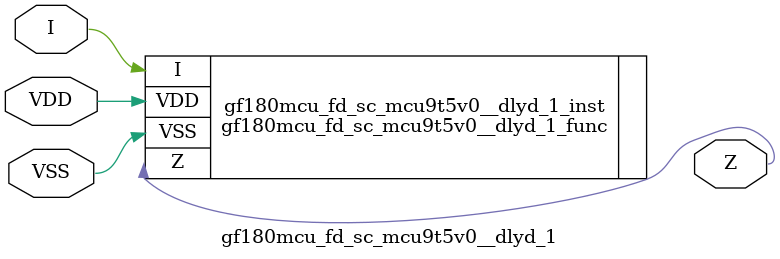
<source format=v>

module gf180mcu_fd_sc_mcu9t5v0__dlyd_1( I, Z, VDD, VSS );
input I;
inout VDD, VSS;
output Z;

   `ifdef FUNCTIONAL  //  functional //

	gf180mcu_fd_sc_mcu9t5v0__dlyd_1_func gf180mcu_fd_sc_mcu9t5v0__dlyd_1_behav_inst(.I(I),.Z(Z),.VDD(VDD),.VSS(VSS));

   `else

	gf180mcu_fd_sc_mcu9t5v0__dlyd_1_func gf180mcu_fd_sc_mcu9t5v0__dlyd_1_inst(.I(I),.Z(Z),.VDD(VDD),.VSS(VSS));

	// spec_gates_begin


	// spec_gates_end



   specify

	// specify_block_begin

	// comb arc I --> Z
	 (I => Z) = (1.0,1.0);

	// specify_block_end

   endspecify

   `endif

endmodule

</source>
